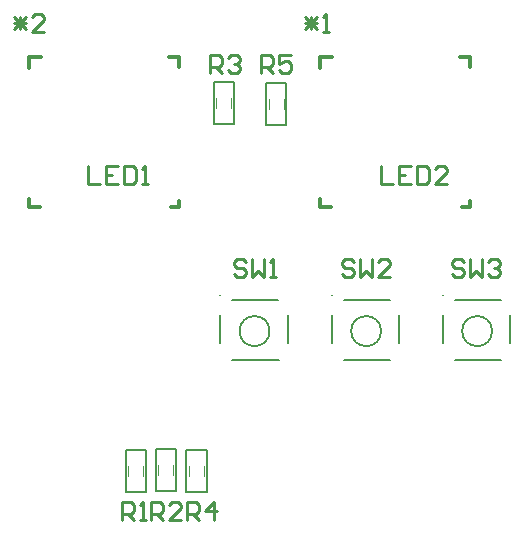
<source format=gto>
G04 Layer_Color=65535*
%FSLAX24Y24*%
%MOIN*%
G70*
G01*
G75*
%ADD24C,0.0060*%
%ADD25C,0.0118*%
%ADD26C,0.0040*%
%ADD27C,0.0050*%
%ADD28C,0.0070*%
%ADD29C,0.0100*%
D24*
X17980Y8470D02*
G03*
X17980Y8470I-500J0D01*
G01*
X14280D02*
G03*
X14280Y8470I-500J0D01*
G01*
X10560D02*
G03*
X10560Y8470I-500J0D01*
G01*
X18580Y8070D02*
Y9020D01*
X16730Y9520D02*
X18270D01*
X16330Y8070D02*
Y9020D01*
X16730Y7520D02*
X18280D01*
X14880Y8070D02*
Y9020D01*
X13030Y9520D02*
X14570D01*
X12630Y8070D02*
Y9020D01*
X13030Y7520D02*
X14580D01*
X11160Y8070D02*
Y9020D01*
X9310Y9520D02*
X10850D01*
X8910Y8070D02*
Y9020D01*
X9310Y7520D02*
X10860D01*
D25*
X7550Y12600D02*
Y12797D01*
X2550Y12600D02*
Y12876D01*
Y17246D02*
Y17600D01*
X7550Y17285D02*
Y17600D01*
X7196D02*
X7550D01*
X2550D02*
X2944D01*
X7274Y12600D02*
X7550D01*
X2550D02*
X2904D01*
X17250D02*
Y12797D01*
X12250Y12600D02*
Y12876D01*
Y17246D02*
Y17600D01*
X17250Y17285D02*
Y17600D01*
X16896D02*
X17250D01*
X12250D02*
X12644D01*
X16974Y12600D02*
X17250D01*
X12250D02*
X12604D01*
D26*
X11040Y15880D02*
Y16220D01*
X10540Y15880D02*
Y16220D01*
X9290Y15890D02*
Y16230D01*
X8790Y15890D02*
Y16230D01*
X8370Y3640D02*
Y3980D01*
X7870Y3640D02*
Y3980D01*
X7340Y3670D02*
Y4010D01*
X6840Y3670D02*
Y4010D01*
X6340Y3640D02*
Y3980D01*
X5840Y3640D02*
Y3980D01*
D27*
X10450Y15350D02*
Y16750D01*
Y15350D02*
X11120D01*
Y16750D01*
X10450D02*
X11120D01*
X8700Y15360D02*
Y16760D01*
Y15360D02*
X9370D01*
Y16760D01*
X8700D02*
X9370D01*
X7790Y3110D02*
X8460D01*
X7790D02*
Y4510D01*
X8460D01*
Y3110D02*
Y4510D01*
X6760Y3140D02*
X7430D01*
X6760D02*
Y4540D01*
X7430D01*
Y3140D02*
Y4540D01*
X5760Y3110D02*
X6430D01*
X5760D02*
Y4510D01*
X6430D01*
Y3110D02*
Y4510D01*
D28*
X16330Y9660D02*
X16340Y9670D01*
X12630Y9660D02*
X12640Y9670D01*
X8910Y9660D02*
X8920Y9670D01*
D29*
X10270Y17080D02*
Y17680D01*
X10570D01*
X10670Y17580D01*
Y17380D01*
X10570Y17280D01*
X10270D01*
X10470D02*
X10670Y17080D01*
X11270Y17680D02*
X10870D01*
Y17380D01*
X11070Y17480D01*
X11170D01*
X11270Y17380D01*
Y17180D01*
X11170Y17080D01*
X10970D01*
X10870Y17180D01*
X8560Y17080D02*
Y17680D01*
X8860D01*
X8960Y17580D01*
Y17380D01*
X8860Y17280D01*
X8560D01*
X8760D02*
X8960Y17080D01*
X9160Y17580D02*
X9260Y17680D01*
X9460D01*
X9560Y17580D01*
Y17480D01*
X9460Y17380D01*
X9360D01*
X9460D01*
X9560Y17280D01*
Y17180D01*
X9460Y17080D01*
X9260D01*
X9160Y17180D01*
X4523Y13980D02*
Y13380D01*
X4923D01*
X5523Y13980D02*
X5123D01*
Y13380D01*
X5523D01*
X5123Y13680D02*
X5323D01*
X5723Y13980D02*
Y13380D01*
X6023D01*
X6123Y13480D01*
Y13880D01*
X6023Y13980D01*
X5723D01*
X6323Y13380D02*
X6523D01*
X6423D01*
Y13980D01*
X6323Y13880D01*
X14290Y13988D02*
Y13388D01*
X14690D01*
X15290Y13988D02*
X14890D01*
Y13388D01*
X15290D01*
X14890Y13688D02*
X15090D01*
X15490Y13988D02*
Y13388D01*
X15790D01*
X15889Y13488D01*
Y13888D01*
X15790Y13988D01*
X15490D01*
X16489Y13388D02*
X16089D01*
X16489Y13788D01*
Y13888D01*
X16389Y13988D01*
X16189D01*
X16089Y13888D01*
X9770Y10780D02*
X9670Y10880D01*
X9470D01*
X9370Y10780D01*
Y10680D01*
X9470Y10580D01*
X9670D01*
X9770Y10480D01*
Y10380D01*
X9670Y10280D01*
X9470D01*
X9370Y10380D01*
X9970Y10880D02*
Y10280D01*
X10170Y10480D01*
X10370Y10280D01*
Y10880D01*
X10570Y10280D02*
X10770D01*
X10670D01*
Y10880D01*
X10570Y10780D01*
X13380D02*
X13280Y10880D01*
X13080D01*
X12980Y10780D01*
Y10680D01*
X13080Y10580D01*
X13280D01*
X13380Y10480D01*
Y10380D01*
X13280Y10280D01*
X13080D01*
X12980Y10380D01*
X13580Y10880D02*
Y10280D01*
X13780Y10480D01*
X13980Y10280D01*
Y10880D01*
X14579Y10280D02*
X14180D01*
X14579Y10680D01*
Y10780D01*
X14480Y10880D01*
X14280D01*
X14180Y10780D01*
X17050D02*
X16950Y10880D01*
X16750D01*
X16650Y10780D01*
Y10680D01*
X16750Y10580D01*
X16950D01*
X17050Y10480D01*
Y10380D01*
X16950Y10280D01*
X16750D01*
X16650Y10380D01*
X17250Y10880D02*
Y10280D01*
X17450Y10480D01*
X17650Y10280D01*
Y10880D01*
X17850Y10780D02*
X17950Y10880D01*
X18150D01*
X18249Y10780D01*
Y10680D01*
X18150Y10580D01*
X18050D01*
X18150D01*
X18249Y10480D01*
Y10380D01*
X18150Y10280D01*
X17950D01*
X17850Y10380D01*
X11740Y18930D02*
X12140Y18530D01*
X11740D02*
X12140Y18930D01*
X11740Y18730D02*
X12140D01*
X11940Y18530D02*
Y18930D01*
X12340Y18430D02*
X12540D01*
X12440D01*
Y19030D01*
X12340Y18930D01*
X2040D02*
X2440Y18530D01*
X2040D02*
X2440Y18930D01*
X2040Y18730D02*
X2440D01*
X2240Y18530D02*
Y18930D01*
X3040Y18430D02*
X2640D01*
X3040Y18830D01*
Y18930D01*
X2940Y19030D01*
X2740D01*
X2640Y18930D01*
X5630Y2180D02*
Y2780D01*
X5930D01*
X6030Y2680D01*
Y2480D01*
X5930Y2380D01*
X5630D01*
X5830D02*
X6030Y2180D01*
X6230D02*
X6430D01*
X6330D01*
Y2780D01*
X6230Y2680D01*
X6600Y2180D02*
Y2780D01*
X6900D01*
X7000Y2680D01*
Y2480D01*
X6900Y2380D01*
X6600D01*
X6800D02*
X7000Y2180D01*
X7600D02*
X7200D01*
X7600Y2580D01*
Y2680D01*
X7500Y2780D01*
X7300D01*
X7200Y2680D01*
X7800Y2180D02*
Y2780D01*
X8100D01*
X8200Y2680D01*
Y2480D01*
X8100Y2380D01*
X7800D01*
X8000D02*
X8200Y2180D01*
X8700D02*
Y2780D01*
X8400Y2480D01*
X8800D01*
M02*

</source>
